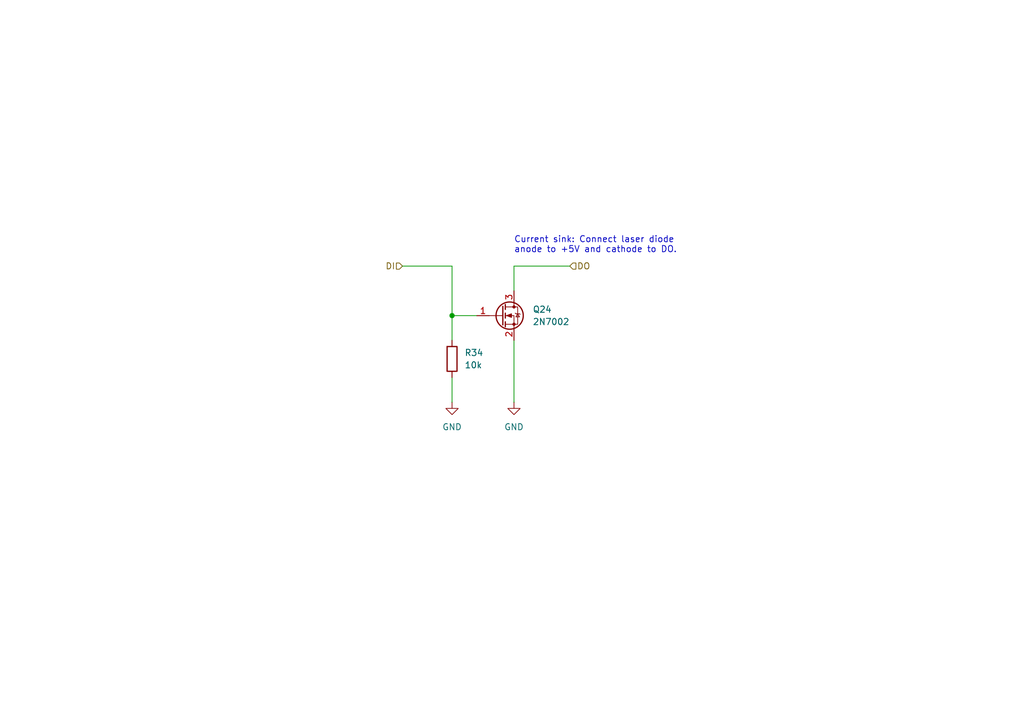
<source format=kicad_sch>
(kicad_sch (version 20231120) (generator "eeschema") (generator_version "8.0")
  (paper "A5")
  (title_block (title "Laser Harp - Diode Driver") (date "2024-08-19") (rev "3.1") (company "Schlegel Flegel"))
  (lib_symbols
    (symbol "Device:R" (pin_numbers hide) (pin_names (offset 0))
      (property "Reference" "R" (at 2.032 0 90))
      (property "Value" "R" (at 0 0 90))
      (symbol "R_0_1"
        (rectangle (start -1.016 -2.54) (end 1.016 2.54) (stroke (width 0.254)))
      )
      (symbol "R_1_1"
        (pin passive line (at 0 3.81 270) (length 1.27) (name "~") (number "1"))
        (pin passive line (at 0 -3.81 90) (length 1.27) (name "~") (number "2"))
      )
    )
    (symbol "Transistor_FET:2N7002" (pin_names hide)
      (property "Reference" "Q" (at 5.08 1.905 0))
      (property "Value" "2N7002" (at 5.08 0 0))
      (symbol "2N7002_0_1"
        (polyline (pts (xy 0.254 0) (xy -2.54 0)))
        (polyline (pts (xy 0.254 1.905) (xy 0.254 -1.905)) (stroke (width 0.254)))
        (polyline (pts (xy 0.762 -1.27) (xy 0.762 -2.286)) (stroke (width 0.254)))
        (polyline (pts (xy 0.762 0.508) (xy 0.762 -0.508)) (stroke (width 0.254)))
        (polyline (pts (xy 0.762 2.286) (xy 0.762 1.27)) (stroke (width 0.254)))
        (polyline (pts (xy 2.54 2.54) (xy 2.54 1.778)))
        (polyline (pts (xy 2.54 -2.54) (xy 2.54 0) (xy 0.762 0)))
        (polyline (pts (xy 0.762 -1.778) (xy 3.302 -1.778) (xy 3.302 1.778) (xy 0.762 1.778)))
        (polyline (pts (xy 1.016 0) (xy 2.032 0.381) (xy 2.032 -0.381) (xy 1.016 0)) (fill (type outline)))
        (polyline (pts (xy 2.794 0.508) (xy 2.921 0.381) (xy 3.683 0.381) (xy 3.81 0.254)))
        (polyline (pts (xy 3.302 0.381) (xy 2.921 -0.254) (xy 3.683 -0.254) (xy 3.302 0.381)))
        (circle (center 1.651 0) (radius 2.794) (stroke (width 0.254)))
        (circle (center 2.54 -1.778) (radius 0.254) (fill (type outline)))
        (circle (center 2.54 1.778) (radius 0.254) (fill (type outline)))
      )
      (symbol "2N7002_1_1"
        (pin input line (at -5.08 0 0) (length 2.54) (name "G") (number "1"))
        (pin passive line (at 2.54 -5.08 90) (length 2.54) (name "S") (number "2"))
        (pin passive line (at 2.54 5.08 270) (length 2.54) (name "D") (number "3"))
      )
    )
    (symbol "power:GND" (power) (pin_numbers hide) (pin_names (offset 0) hide)
      (property "Value" "GND" (at 0 -3.81 0))
      (symbol "GND_0_1"
        (polyline (pts (xy 0 0) (xy 0 -1.27) (xy 1.27 -1.27) (xy 0 -2.54) (xy -1.27 -1.27) (xy 0 -1.27)))
      )
      (symbol "GND_1_1"
        (pin power_in line (at 0 0 270) (length 0) (name "~") (number "1"))
      )
    )
  )
  (junction (at 92.71 64.77))
  (wire (pts (xy 92.71 64.77) (xy 97.79 64.77)))
  (wire (pts (xy 92.71 64.77) (xy 92.71 69.85)))
  (wire (pts (xy 92.71 77.47) (xy 92.71 82.55)))
  (wire (pts (xy 82.55 54.61) (xy 92.71 54.61)))
  (wire (pts (xy 92.71 54.61) (xy 92.71 64.77)))
  (wire (pts (xy 105.41 54.61) (xy 116.84 54.61)))
  (wire (pts (xy 105.41 59.69) (xy 105.41 54.61)))
  (wire (pts (xy 105.41 69.85) (xy 105.41 82.55)))
  (text "Current sink: Connect laser diode\nanode to +5V and cathode to DO." (at 105.41 52.07 0) (effects (font (size 1.27 1.27)) (justify left bottom)))
  (hierarchical_label "DO" (shape input) (at 116.84 54.61 0))
  (hierarchical_label "DI" (shape input) (at 82.55 54.61 180))
  (symbol (lib_id "power:GND") (at 92.71 82.55 0) (unit 1)
    (property "Reference" "#PWR0197" (effects (hide yes)))
    (property "Value" "GND" (at 92.71 87.63 0))
    (property "Description" "Power symbol creates a global label with name \"GND\" , ground" (effects (hide yes)))
    (instances (project "LaserHarp3" (path "" (reference "#PWR0197") (unit 1)) (path "" (reference "#PWR0177") (unit 1)) (path "" (reference "#PWR0157") (unit 1)) (path "" (reference "#PWR0163") (unit 1)) (path "" (reference "#PWR0189") (unit 1)) (path "" (reference "#PWR0185") (unit 1)) (path "" (reference "#PWR0173") (unit 1)) (path "" (reference "#PWR0165") (unit 1)) (path "" (reference "#PWR0187") (unit 1)) (path "" (reference "#PWR0155") (unit 1)) (path "" (reference "#PWR0193") (unit 1)) (path "" (reference "#PWR0175") (unit 1)) (path "" (reference "#PWR0199") (unit 1)) (path "" (reference "#PWR0153") (unit 1)) (path "" (reference "#PWR0159") (unit 1)) (path "" (reference "#PWR0167") (unit 1)) (path "" (reference "#PWR0169") (unit 1)) (path "" (reference "#PWR0161") (unit 1)) (path "" (reference "#PWR0183") (unit 1)) (path "" (reference "#PWR0181") (unit 1)) (path "" (reference "#PWR0195") (unit 1)) (path "" (reference "#PWR0171") (unit 1)) (path "" (reference "#PWR0179") (unit 1)) (path "" (reference "#PWR0191") (unit 1))))
  )
  (symbol (lib_id "power:GND") (at 105.41 82.55 0) (unit 1)
    (property "Reference" "#PWR0198" (effects (hide yes)))
    (property "Value" "GND" (at 105.41 87.63 0))
    (property "Description" "Power symbol creates a global label with name \"GND\" , ground" (effects (hide yes)))
    (instances (project "LaserHarp3" (path "" (reference "#PWR0198") (unit 1)) (path "" (reference "#PWR0178") (unit 1)) (path "" (reference "#PWR0158") (unit 1)) (path "" (reference "#PWR0164") (unit 1)) (path "" (reference "#PWR0190") (unit 1)) (path "" (reference "#PWR0186") (unit 1)) (path "" (reference "#PWR0174") (unit 1)) (path "" (reference "#PWR0166") (unit 1)) (path "" (reference "#PWR0188") (unit 1)) (path "" (reference "#PWR0156") (unit 1)) (path "" (reference "#PWR0194") (unit 1)) (path "" (reference "#PWR0176") (unit 1)) (path "" (reference "#PWR0200") (unit 1)) (path "" (reference "#PWR0154") (unit 1)) (path "" (reference "#PWR0160") (unit 1)) (path "" (reference "#PWR0168") (unit 1)) (path "" (reference "#PWR0170") (unit 1)) (path "" (reference "#PWR0162") (unit 1)) (path "" (reference "#PWR0184") (unit 1)) (path "" (reference "#PWR0182") (unit 1)) (path "" (reference "#PWR0196") (unit 1)) (path "" (reference "#PWR0172") (unit 1)) (path "" (reference "#PWR0180") (unit 1)) (path "" (reference "#PWR0192") (unit 1))))
  )
  (symbol (lib_id "Transistor_FET:2N7002") (at 102.87 64.77 0) (unit 1)
    (property "Reference" "Q24" (at 109.22 63.4999 0) (effects (justify left)))
    (property "Value" "2N7002" (at 109.22 66.0399 0) (effects (justify left)))
    (property "Footprint" "Package_TO_SOT_SMD:SOT-23" (effects (hide yes)))
    (property "Datasheet" "https://www.onsemi.com/pub/Collateral/NDS7002A-D.PDF" (effects (hide yes)))
    (property "Description" "0.115A Id, 60V Vds, N-Channel MOSFET, SOT-23" (effects (hide yes)))
    (property "LCSC" "C8545" (effects (hide yes)))
    (instances (project "LaserHarp3" (path "" (reference "Q24") (unit 1)) (path "" (reference "Q14") (unit 1)) (path "" (reference "Q4") (unit 1)) (path "" (reference "Q7") (unit 1)) (path "" (reference "Q20") (unit 1)) (path "" (reference "Q18") (unit 1)) (path "" (reference "Q12") (unit 1)) (path "" (reference "Q8") (unit 1)) (path "" (reference "Q19") (unit 1)) (path "" (reference "Q3") (unit 1)) (path "" (reference "Q22") (unit 1)) (path "" (reference "Q13") (unit 1)) (path "" (reference "Q25") (unit 1)) (path "" (reference "Q2") (unit 1)) (path "" (reference "Q5") (unit 1)) (path "" (reference "Q9") (unit 1)) (path "" (reference "Q10") (unit 1)) (path "" (reference "Q6") (unit 1)) (path "" (reference "Q17") (unit 1)) (path "" (reference "Q16") (unit 1)) (path "" (reference "Q23") (unit 1)) (path "" (reference "Q11") (unit 1)) (path "" (reference "Q15") (unit 1)) (path "" (reference "Q21") (unit 1))))
  )
  (symbol (lib_id "Device:R") (at 92.71 73.66 0) (unit 1)
    (property "Reference" "R34" (at 95.25 72.3899 0) (effects (justify left)))
    (property "Value" "10k" (at 95.25 74.9299 0) (effects (justify left)))
    (property "Footprint" "Resistor_SMD:R_0603_1608Metric" (effects (hide yes)))
    (property "LCSC" "C25804" (effects (hide yes)))
    (instances (project "LaserHarp3" (path "" (reference "R34") (unit 1)) (path "" (reference "R24") (unit 1)) (path "" (reference "R14") (unit 1)) (path "" (reference "R17") (unit 1)) (path "" (reference "R30") (unit 1)) (path "" (reference "R28") (unit 1)) (path "" (reference "R22") (unit 1)) (path "" (reference "R18") (unit 1)) (path "" (reference "R29") (unit 1)) (path "" (reference "R13") (unit 1)) (path "" (reference "R32") (unit 1)) (path "" (reference "R23") (unit 1)) (path "" (reference "R35") (unit 1)) (path "" (reference "R12") (unit 1)) (path "" (reference "R15") (unit 1)) (path "" (reference "R19") (unit 1)) (path "" (reference "R20") (unit 1)) (path "" (reference "R16") (unit 1)) (path "" (reference "R27") (unit 1)) (path "" (reference "R26") (unit 1)) (path "" (reference "R33") (unit 1)) (path "" (reference "R21") (unit 1)) (path "" (reference "R25") (unit 1)) (path "" (reference "R31") (unit 1))))
  )
)
</source>
